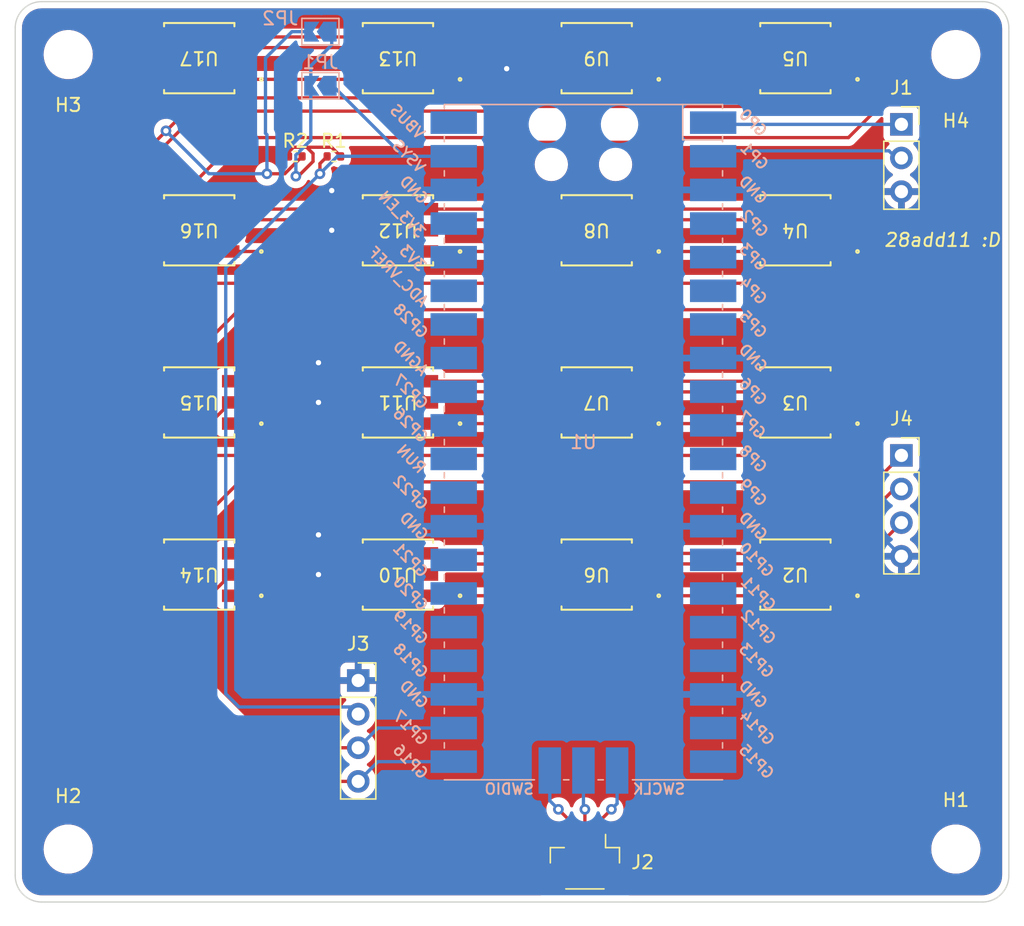
<source format=kicad_pcb>
(kicad_pcb (version 20211014) (generator pcbnew)
  (title_block (title "LED board") (date "2023-12-02") (rev "0"))
  (layers (0 "F.Cu" signal) (31 "B.Cu" signal) (34 "B.Paste" user) (35 "F.Paste" user) (36 "B.SilkS" user "B.Silkscreen") (37 "F.SilkS" user "F.Silkscreen") (38 "B.Mask" user) (39 "F.Mask" user) (44 "Edge.Cuts" user))
  (net 0 "")
  (net 1 "/UART RX")
  (net 2 "/UART TX")
  (net 3 "Net-(J2-Pad1)")
  (net 4 "Net-(J2-Pad2)")
  (net 5 "/SWD")
  (net 6 "GND")
  (net 7 "VCC")
  (net 8 "/Backup in")
  (net 9 "/Data in")
  (net 10 "Net-(J4-Pad1)")
  (net 11 "Net-(J4-Pad2)")
  (net 12 "/Brightness control")
  (net 13 "Net-(R1-Pad2)")
  (net 14 "Net-(U2-Pad4)")
  (net 15 "Net-(U2-Pad6)")
  (net 16 "Net-(U14-Pad6)")
  (net 17 "Net-(U14-Pad4)")
  (net 18 "Net-(U3-Pad4)")
  (net 19 "Net-(U3-Pad6)")
  (net 20 "Net-(U15-Pad6)")
  (net 21 "Net-(U15-Pad4)")
  (net 22 "Net-(U4-Pad4)")
  (net 23 "Net-(U4-Pad6)")
  (net 24 "Net-(U16-Pad6)")
  (net 25 "Net-(U16-Pad4)")
  (net 26 "Net-(U5-Pad4)")
  (net 27 "Net-(U5-Pad6)")
  (net 28 "Net-(U10-Pad3)")
  (net 29 "Net-(U10-Pad1)")
  (net 30 "Net-(U11-Pad3)")
  (net 31 "Net-(U11-Pad1)")
  (net 32 "Net-(U12-Pad3)")
  (net 33 "Net-(U12-Pad1)")
  (net 34 "Net-(U13-Pad3)")
  (net 35 "Net-(U13-Pad1)")
  (net 36 "Net-(U10-Pad4)")
  (net 37 "Net-(U10-Pad6)")
  (net 38 "Net-(U11-Pad4)")
  (net 39 "Net-(U11-Pad6)")
  (net 40 "Net-(U12-Pad4)")
  (net 41 "Net-(U12-Pad6)")
  (net 42 "Net-(U13-Pad4)")
  (net 43 "Net-(U13-Pad6)")
  (footprint "601000200:DFN6_601000_SEE" (layer "F.Cu") (at 148.89 70.27 180)
    (fp_text reference "U15")
    (fp_text value "601000200")
  )
  (footprint "MountingHole:MountingHole_2.7mm" (layer "F.Cu") (at 139 104)
    (fp_text reference "H2")
    (fp_text value "MountingHole")
  )
  (footprint "601000200:DFN6_601000_SEE" (layer "F.Cu") (at 148.89 57.27 180)
    (fp_text reference "U16")
    (fp_text value "601000200")
  )
  (footprint "601000200:DFN6_601000_SEE" (layer "F.Cu") (at 193.89 57.27 180)
    (fp_text reference "U4")
    (fp_text value "601000200")
  )
  (footprint "601000200:DFN6_601000_SEE" (layer "F.Cu") (at 148.89 44.27 180)
    (fp_text reference "U17")
    (fp_text value "601000200")
  )
  (footprint "MountingHole:MountingHole_2.7mm" (layer "F.Cu") (at 206 44)
    (fp_text reference "H4")
    (fp_text value "MountingHole")
  )
  (footprint "Connector_PinSocket_2.54mm:PinSocket_1x03_P2.54mm_Vertical" (layer "F.Cu") (at 201.89 49.27)
    (fp_text reference "J1")
    (fp_text value "Conn_01x03_Female")
  )
  (footprint "601000200:DFN6_601000_SEE" (layer "F.Cu") (at 193.89 44.27 180)
    (fp_text reference "U5")
    (fp_text value "601000200")
  )
  (footprint "MountingHole:MountingHole_2.7mm" (layer "F.Cu") (at 139 44)
    (fp_text reference "H3")
    (fp_text value "MountingHole")
  )
  (footprint "601000200:DFN6_601000_SEE" (layer "F.Cu") (at 163.89 83.27 180)
    (fp_text reference "U10")
    (fp_text value "601000200")
  )
  (footprint "601000200:DFN6_601000_SEE" (layer "F.Cu") (at 178.89 70.27 180)
    (fp_text reference "U7")
    (fp_text value "601000200")
  )
  (footprint "601000200:DFN6_601000_SEE" (layer "F.Cu") (at 163.89 70.27 180)
    (fp_text reference "U11")
    (fp_text value "601000200")
  )
  (footprint "601000200:DFN6_601000_SEE" (layer "F.Cu") (at 178.89 57.27 180)
    (fp_text reference "U8")
    (fp_text value "601000200")
  )
  (footprint "601000200:DFN6_601000_SEE" (layer "F.Cu") (at 193.89 70.27 180)
    (fp_text reference "U3")
    (fp_text value "601000200")
  )
  (footprint "601000200:DFN6_601000_SEE" (layer "F.Cu") (at 178.89 44.27 180)
    (fp_text reference "U9")
    (fp_text value "601000200")
  )
  (footprint "Resistor_SMD:R_0402_1005Metric" (layer "F.Cu") (at 159.054 51.69)
    (fp_text reference "R1")
    (fp_text value "220ohm")
  )
  (footprint "MountingHole:MountingHole_2.7mm" (layer "F.Cu") (at 206 104)
    (fp_text reference "H1")
    (fp_text value "MountingHole")
  )
  (footprint "601000200:DFN6_601000_SEE" (layer "F.Cu") (at 163.89 57.27 180)
    (fp_text reference "U12")
    (fp_text value "601000200")
  )
  (footprint "601000200:DFN6_601000_SEE" (layer "F.Cu") (at 163.89 44.27 180)
    (fp_text reference "U13")
    (fp_text value "601000200")
  )
  (footprint "Connector_PinSocket_2.54mm:PinSocket_1x04_P2.54mm_Vertical" (layer "F.Cu") (at 201.89 74.27)
    (fp_text reference "J4")
    (fp_text value "Conn_01x04_Female")
  )
  (footprint "601000200:DFN6_601000_SEE" (layer "F.Cu") (at 178.89 83.27 180)
    (fp_text reference "U6")
    (fp_text value "601000200")
  )
  (footprint "601000200:DFN6_601000_SEE" (layer "F.Cu") (at 148.89 83.27 180)
    (fp_text reference "U14")
    (fp_text value "601000200")
  )
  (footprint "Connector_JST:JST_SH_BM03B-SRSS-TB_1x03-1MP_P1.00mm_Vertical" (layer "F.Cu") (at 178 105 180)
    (fp_text reference "J2")
    (fp_text value "Conn_01x03_Female")
  )
  (footprint "Resistor_SMD:R_0402_1005Metric" (layer "F.Cu") (at 156.144 51.69)
    (fp_text reference "R2")
    (fp_text value "220ohm")
  )
  (footprint "601000200:DFN6_601000_SEE" (layer "F.Cu") (at 193.89 83.27 180)
    (fp_text reference "U2")
    (fp_text value "601000200")
  )
  (footprint "Connector_PinSocket_2.54mm:PinSocket_1x04_P2.54mm_Vertical" (layer "F.Cu") (at 160.89 91.27)
    (fp_text reference "J3")
    (fp_text value "Conn_01x04_Female")
  )
  (footprint "Jumper:SolderJumper-2_P1.3mm_Open_TrianglePad1.0x1.5mm" (layer "B.Cu") (at 158.036 46.356 180)
    (fp_text reference "JP1")
    (fp_text value "SolderJumper_2_Open")
  )
  (footprint "MCU_RaspberryPi_and_Boards:RPi_Pico_SMD" (layer "B.Cu") (at 177.89 73.27 180)
    (fp_text reference "U1")
    (fp_text value "RPI-Pico")
  )
  (footprint "Jumper:SolderJumper-2_P1.3mm_Open_TrianglePad1.0x1.5mm" (layer "B.Cu") (at 158.036 42.27 180)
    (fp_text reference "JP2")
    (fp_text value "SolderJumper_2_Open")
  )
  (gr_line (start 208 108) (end 137 108) (layer "Edge.Cuts") (width 0.1))
  (gr_line (start 210 106) (end 210 42) (layer "Edge.Cuts") (width 0.1))
  (gr_arc (start 210 106) (mid 209.414214 107.414214) (end 208 108) (layer "Edge.Cuts") (width 0.1))
  (gr_arc (start 208 40) (mid 209.414214 40.585786) (end 210 42) (layer "Edge.Cuts") (width 0.1))
  (gr_arc (start 137 108) (mid 135.585786 107.414214) (end 135 106) (layer "Edge.Cuts") (width 0.1))
  (gr_line (start 135 42) (end 135 106) (layer "Edge.Cuts") (width 0.1))
  (gr_arc (start 135 42) (mid 135.585786 40.585786) (end 137 40) (layer "Edge.Cuts") (width 0.1))
  (gr_line (start 208 40) (end 137 40) (layer "Edge.Cuts") (width 0.1))
  (gr_text "28add11 :D" (at 205 58) (layer "F.SilkS") (effects (font (size 1 1) (thickness 0.15) italic)))
  (segment (start 201.89 51.81) (end 201.492 51.81) (width 0.25) (layer "B.Cu") (net 1))
  (segment (start 200.952 51.27) (end 187.19 51.27) (width 0.25) (layer "B.Cu") (net 1))
  (segment (start 187.19 51.27) (end 186.78 51.68) (width 0.25) (layer "B.Cu") (net 1))
  (segment (start 201.492 51.81) (end 200.952 51.27) (width 0.25) (layer "B.Cu") (net 1))
  (segment (start 201.89 49.27) (end 186.91 49.27) (width 0.25) (layer "B.Cu") (net 2))
  (segment (start 186.91 49.27) (end 186.78 49.14) (width 0.25) (layer "B.Cu") (net 2))
  (segment (start 180 101) (end 179 102) (width 0.25) (layer "F.Cu") (net 3))
  (segment (start 179 102) (end 179 103.675) (width 0.25) (layer "F.Cu") (net 3))
  (via (at 180 101) (size 0.8) (drill 0.4) (layers "F.Cu" "B.Cu") (net 3))
  (segment (start 180.43 100.57) (end 180 101) (width 0.25) (layer "B.Cu") (net 3))
  (segment (start 180.43 97.17) (end 180.43 100.57) (width 0.25) (layer "B.Cu") (net 3))
  (segment (start 178 101) (end 178 103.675) (width 0.25) (layer "F.Cu") (net 4))
  (via (at 178 101) (size 0.8) (drill 0.4) (layers "F.Cu" "B.Cu") (net 4))
  (segment (start 177.89 100.89) (end 178 101) (width 0.25) (layer "B.Cu") (net 4))
  (segment (start 177.89 97.17) (end 177.89 100.89) (width 0.25) (layer "B.Cu") (net 4))
  (segment (start 177 102) (end 177 103.675) (width 0.25) (layer "F.Cu") (net 5))
  (segment (start 176 101) (end 177 102) (width 0.25) (layer "F.Cu") (net 5))
  (via (at 176 101) (size 0.8) (drill 0.4) (layers "F.Cu" "B.Cu") (net 5))
  (segment (start 175.35 97.17) (end 175.35 100.35) (width 0.25) (layer "B.Cu") (net 5))
  (segment (start 175.35 100.35) (end 176 101) (width 0.25) (layer "B.Cu") (net 5))
  (segment (start 161.89 70.27) (end 164.89 73.27) (width 0.25) (layer "F.Cu") (net 6))
  (segment (start 146.5151 57.27) (end 146.89 57.27) (width 0.25) (layer "F.Cu") (net 6))
  (segment (start 191.89 83.27) (end 191.5151 83.27) (width 0.25) (layer "F.Cu") (net 6))
  (segment (start 177.89 71.27) (end 176.89 70.27) (width 0.25) (layer "F.Cu") (net 6))
  (segment (start 161.89 83.27) (end 164.89 86.27) (width 0.25) (layer "F.Cu") (net 6))
  (segment (start 177.89 85.27) (end 177.89 84.27) (width 0.25) (layer "F.Cu") (net 6))
  (segment (start 197.89 88.27) (end 201.89 84.27) (width 0.25) (layer "F.Cu") (net 6))
  (segment (start 146.89 57.27) (end 149.89 54.27) (width 0.25) (layer "F.Cu") (net 6))
  (segment (start 176.89 86.27) (end 191.89 86.27) (width 0.25) (layer "F.Cu") (net 6))
  (segment (start 149.89 54.27) (end 158.89 54.27) (width 0.25) (layer "F.Cu") (net 6))
  (segment (start 161.89 57.27) (end 164.89 60.27) (width 0.25) (layer "F.Cu") (net 6))
  (segment (start 161.5151 70.27) (end 157.89 70.27) (width 0.25) (layer "F.Cu") (net 6))
  (segment (start 172.0951 45.0649) (end 162.31 45.0649) (width 0.25) (layer "F.Cu") (net 6))
  (segment (start 160.710001 45.075099) (end 147.320199 45.075099) (width 0.25) (layer "F.Cu") (net 6))
  (segment (start 176.89 73.27) (end 177.89 72.27) (width 0.25) (layer "F.Cu") (net 6))
  (segment (start 191.89 60.27) (end 192.89 59.27) (width 0.25) (layer "F.Cu") (net 6))
  (segment (start 177.89 84.27) (end 176.89 83.27) (width 0.25) (layer "F.Cu") (net 6))
  (segment (start 177.89 59.27) (end 177.89 58.27) (width 0.25) (layer "F.Cu") (net 6))
  (segment (start 175.7202 45.0649) (end 172.0951 45.0649) (width 0.25) (layer "F.Cu") (net 6))
  (segment (start 176.89 60.27) (end 191.89 60.27) (width 0.25) (layer "F.Cu") (net 6))
  (segment (start 164.89 60.27) (end 176.89 60.27) (width 0.25) (layer "F.Cu") (net 6))
  (segment (start 192.89 58.27) (end 191.89 57.27) (width 0.25) (layer "F.Cu") (net 6))
  (segment (start 191.89 86.27) (end 193.89 88.27) (width 0.25) (layer "F.Cu") (net 6))
  (segment (start 149.89 67.27) (end 157.89 67.27) (width 0.25) (layer "F.Cu") (net 6))
  (segment (start 191.89 57.27) (end 191.5151 57.27) (width 0.25) (layer "F.Cu") (net 6))
  (segment (start 201.89 84.27) (end 201.89 81.89) (width 0.25) (layer "F.Cu") (net 6))
  (segment (start 146.89 70.27) (end 149.89 67.27) (width 0.25) (layer "F.Cu") (net 6))
  (segment (start 177.320199 45.075099) (end 176.5151 44.27) (width 0.25) (layer "F.Cu") (net 6))
  (segment (start 146.5151 70.27) (end 146.89 70.27) (width 0.25) (layer "F.Cu") (net 6))
  (segment (start 162.31 45.0649) (end 161.5151 44.27) (width 0.25) (layer "F.Cu") (net 6))
  (segment (start 161.5151 70.27) (end 161.89 70.27) (width 0.25) (layer "F.Cu") (net 6))
  (segment (start 176.5151 44.27) (end 175.7202 45.0649) (width 0.25) (layer "F.Cu") (net 6))
  (segment (start 192.89 84.27) (end 191.89 83.27) (width 0.25) (layer "F.Cu") (net 6))
  (segment (start 192.89 71.27) (end 191.89 70.27) (width 0.25) (layer "F.Cu") (net 6))
  (segment (start 161.5151 83.27) (end 157.89 83.27) (width 0.25) (layer "F.Cu") (net 6))
  (segment (start 161.5151 57.27) (end 158.89 57.27) (width 0.25) (layer "F.Cu") (net 6))
  (segment (start 161.5151 57.27) (end 161.89 57.27) (width 0.25) (layer "F.Cu") (net 6))
  (segment (start 191.89 86.27) (end 192.89 85.27) (width 0.25) (layer "F.Cu") (net 6))
  (segment (start 176.89 86.27) (end 177.89 85.27) (width 0.25) (layer "F.Cu") (net 6))
  (segment (start 146.5151 83.27) (end 146.89 83.27) (width 0.25) (layer "F.Cu") (net 6))
  (segment (start 192.89 72.27) (end 192.89 71.27) (width 0.25) (layer "F.Cu") (net 6))
  (segment (start 190.710001 45.075099) (end 177.320199 45.075099) (width 0.25) (layer "F.Cu") (net 6))
  (segment (start 192.89 85.27) (end 192.89 84.27) (width 0.25) (layer "F.Cu") (net 6))
  (segment (start 177.89 58.27) (end 176.89 57.27) (width 0.25) (layer "F.Cu") (net 6))
  (segment (start 161.5151 44.27) (end 160.710001 45.075099) (width 0.25) (layer "F.Cu") (net 6))
  (segment (start 177.89 72.27) (end 177.89 71.27) (width 0.25) (layer "F.Cu") (net 6))
  (segment (start 176.89 73.27) (end 191.89 73.27) (width 0.25) (layer "F.Cu") (net 6))
  (segment (start 176.89 57.27) (end 176.5151 57.27) (width 0.25) (layer "F.Cu") (net 6))
  (segment (start 161.5151 83.27) (end 161.89 83.27) (width 0.25) (layer "F.Cu") (net 6))
  (segment (start 164.89 73.27) (end 176.89 73.27) (width 0.25) (layer "F.Cu") (net 6))
  (segment (start 176.89 83.27) (end 176.5151 83.27) (width 0.25) (layer "F.Cu") (net 6))
  (segment (start 191.89 73.27) (end 192.89 72.27) (width 0.25) (layer "F.Cu") (net 6))
  (segment (start 191.89 70.27) (end 191.5151 70.27) (width 0.25) (layer "F.Cu") (net 6))
  (segment (start 191.5151 44.27) (end 190.710001 45.075099) (width 0.25) (layer "F.Cu") (net 6))
  (segment (start 164.89 86.27) (end 176.89 86.27) (width 0.25) (layer "F.Cu") (net 6))
  (segment (start 193.89 88.27) (end 197.89 88.27) (width 0.25) (layer "F.Cu") (net 6))
  (segment (start 146.89 83.27) (end 149.89 80.27) (width 0.25) (layer "F.Cu") (net 6))
  (segment (start 146.5151 44.27) (end 147.320199 45.075099) (width 0.25) (layer "F.Cu") (net 6))
  (segment (start 176.89 70.27) (end 176.5151 70.27) (width 0.25) (layer "F.Cu") (net 6))
  (segment (start 192.89 59.27) (end 192.89 58.27) (width 0.25) (layer "F.Cu") (net 6))
  (segment (start 176.89 60.27) (end 177.89 59.27) (width 0.25) (layer "F.Cu") (net 6))
  (segment (start 149.89 80.27) (end 157.89 80.27) (width 0.25) (layer "F.Cu") (net 6))
  (via (at 157.89 70.27) (size 0.8) (drill 0.4) (layers "F.Cu" "B.Cu") (net 6))
  (via (at 172.0951 45.0649) (size 0.8) (drill 0.4) (layers "F.Cu" "B.Cu") (net 6))
  (via (at 157.89 83.27) (size 0.8) (drill 0.4) (layers "F.Cu" "B.Cu") (net 6))
  (via (at 158.89 54.27) (size 0.8) (drill 0.4) (layers "F.Cu" "B.Cu") (net 6))
  (via (at 157.89 80.27) (size 0.8) (drill 0.4) (layers "F.Cu" "B.Cu") (net 6))
  (via (at 158.89 57.27) (size 0.8) (drill 0.4) (layers "F.Cu" "B.Cu") (net 6))
  (via (at 157.89 67.27) (size 0.8) (drill 0.4) (layers "F.Cu" "B.Cu") (net 6))
  (segment (start 186.78 66.92) (end 185.24 66.92) (width 0.25) (layer "B.Cu") (net 6))
  (segment (start 183.89 91.27) (end 183.89 80.97) (width 0.25) (layer "B.Cu") (net 6))
  (segment (start 185.24 79.62) (end 186.78 79.62) (width 0.25) (layer "B.Cu") (net 6))
  (segment (start 168.35 80.27) (end 169 79.62) (width 0.25) (layer "B.Cu") (net 6))
  (segment (start 157.89 67.27) (end 157.89 63.72) (width 0.25) (layer "B.Cu") (net 6))
  (segment (start 169 79.62) (end 171.24 79.62) (width 0.25) (layer "B.Cu") (net 6))
  (segment (start 167.39 54.22) (end 158.115 63.495) (width 0.25) (layer "B.Cu") (net 6))
  (segment (start 186.78 54.22) (end 200.94 54.22) (width 0.25) (layer "B.Cu") (net 6))
  (segment (start 157.89 91.27) (end 153.718 87.098) (width 0.25) (layer "B.Cu") (net 6))
  (segment (start 183.89 56.27) (end 183.89 68.27) (width 0.25) (layer "B.Cu") (net 6))
  (segment (start 183.89 56.27) (end 183.89 55.27) (width 0.25) (layer "B.Cu") (net 6))
  (segment (start 201.89 54.35) (end 201.07 54.35) (width 0.25) (layer "B.Cu") (net 6))
  (segment (start 157.89 63.72) (end 158.115 63.495) (width 0.25) (layer "B.Cu") (net 6))
  (segment (start 169 92.32) (end 170.84 92.32) (width 0.25) (layer "B.Cu") (net 6))
  (segment (start 170.84 92.32) (end 171.89 91.27) (width 0.25) (layer "B.Cu") (net 6))
  (segment (start 171.89 80.27) (end 171.24 79.62) (width 0.25) (layer "B.Cu") (net 6))
  (segment (start 153.718 87.098) (end 153.718 86.442) (width 0.25) (layer "B.Cu") (net 6))
  (segment (start 184.94 92.32) (end 183.89 91.27) (width 0.25) (layer "B.Cu") (net 6))
  (segment (start 171.89 52.27) (end 171.89 45.27) (width 0.25) (layer "B.Cu") (net 6))
  (segment (start 171.89 45.27) (end 172.0951 45.0649) (width 0.25) (layer "B.Cu") (net 6))
  (segment (start 183.89 68.27) (end 183.89 78.27) (width 0.25) (layer "B.Cu") (net 6))
  (segment (start 153.718 67.892) (end 153.718 86.442) (width 0.25) (layer "B.Cu") (net 6))
  (segment (start 158.89 57.27) (end 158.89 54.27) (width 0.25) (layer "B.Cu") (net 6))
  (segment (start 185.24 66.92) (end 183.89 68.27) (width 0.25) (layer "B.Cu") (net 6))
  (segment (start 186.78 54.22) (end 169 54.22) (width 0.25) (layer "B.Cu") (net 6))
  (segment (start 183.89 78.27) (end 185.24 79.62) (width 0.25) (layer "B.Cu") (net 6))
  (segment (start 157.89 83.27) (end 157.89 80.27) (width 0.25) (layer "B.Cu") (net 6))
  (segment (start 183.89 80.97) (end 185.24 79.62) (width 0.25) (layer "B.Cu") (net 6))
  (segment (start 158.115 63.495) (end 153.718 67.892) (width 0.25) (layer "B.Cu") (net 6))
  (segment (start 171.89 91.27) (end 171.89 80.27) (width 0.25) (layer "B.Cu") (net 6))
  (segment (start 183.89 55.27) (end 184.89 54.27) (width 0.25) (layer "B.Cu") (net 6))
  (segment (start 199.62 79.62) (end 201.89 81.89) (width 0.25) (layer "B.Cu") (net 6))
  (segment (start 157.89 70.27) (end 157.89 67.27) (width 0.25) (layer "B.Cu") (net 6))
  (segment (start 201.07 54.35) (end 200.94 54.22) (width 0.25) (layer "B.Cu") (net 6))
  (segment (start 186.78 79.62) (end 199.62 79.62) (width 0.25) (layer "B.Cu") (net 6))
  (segment (start 169.94 54.22) (end 171.89 52.27) (width 0.25) (layer "B.Cu") (net 6))
  (segment (start 158.89 54.27) (end 168.95 54.27) (width 0.25) (layer "B.Cu") (net 6))
  (segment (start 171.24 79.62) (end 186.78 79.62) (width 0.25) (layer "B.Cu") (net 6))
  (segment (start 157.89 80.27) (end 168.35 80.27) (width 0.25) (layer "B.Cu") (net 6))
  (segment (start 186.78 92.32) (end 184.94 92.32) (width 0.25) (layer "B.Cu") (net 6))
  (segment (start 160.89 91.27) (end 157.89 91.27) (width 0.25) (layer "B.Cu") (net 6))
  (segment (start 158 53) (end 158 52.234) (width 0.25) (layer "F.Cu") (net 7))
  (segment (start 158 52.234) (end 158.544 51.69) (width 0.25) (layer "F.Cu") (net 7))
  (via (at 158 53) (size 0.8) (drill 0.4) (layers "F.Cu" "B.Cu") (net 7))
  (segment (start 158 53) (end 150.89 60.11) (width 0.25) (layer "B.Cu") (net 7))
  (segment (start 164.3 51.68) (end 159.32 51.68) (width 0.25) (layer "B.Cu") (net 7))
  (segment (start 151.89 93.27) (end 160.89 93.27) (width 0.25) (layer "B.Cu") (net 7))
  (segment (start 169 51.68) (end 164.3 51.68) (width 0.25) (layer "B.Cu") (net 7))
  (segment (start 150.89 92.27) (end 151.89 93.27) (width 0.25) (layer "B.Cu") (net 7))
  (segment (start 158.761 46.356) (end 158.976 46.356) (width 0.25) (layer "B.Cu") (net 7))
  (segment (start 150.89 60.11) (end 150.89 92.27) (width 0.25) (layer "B.Cu") (net 7))
  (segment (start 158.976 46.356) (end 164.3 51.68) (width 0.25) (layer "B.Cu") (net 7))
  (segment (start 159.32 51.68) (end 158 53) (width 0.25) (layer "B.Cu") (net 7))
  (segment (start 153.843406 96.35) (end 160.89 96.35) (width 0.25) (layer "F.Cu") (net 8))
  (segment (start 142.89 49.27) (end 142.89 85.396594) (width 0.25) (layer "F.Cu") (net 8))
  (segment (start 146.5151 45.869999) (end 146.290001 45.869999) (width 0.25) (layer "F.Cu") (net 8))
  (segment (start 142.89 85.396594) (end 152.763406 95.27) (width 0.25) (layer "F.Cu") (net 8))
  (segment (start 152.763406 95.27) (end 153.843406 96.35) (width 0.25) (layer "F.Cu") (net 8))
  (segment (start 146.290001 45.869999) (end 142.89 49.27) (width 0.25) (layer "F.Cu") (net 8))
  (segment (start 162.38 94.86) (end 160.89 96.35) (width 0.25) (layer "B.Cu") (net 8))
  (segment (start 169 94.86) (end 162.38 94.86) (width 0.25) (layer "B.Cu") (net 8))
  (segment (start 141.89 87.27) (end 151.89 97.27) (width 0.25) (layer "F.Cu") (net 9))
  (segment (start 141.89 47.295101) (end 141.89 87.27) (width 0.25) (layer "F.Cu") (net 9))
  (segment (start 151.89 97.27) (end 153.51 98.89) (width 0.25) (layer "F.Cu") (net 9))
  (segment (start 153.51 98.89) (end 160.89 98.89) (width 0.25) (layer "F.Cu") (net 9))
  (segment (start 146.5151 42.670001) (end 141.89 47.295101) (width 0.25) (layer "F.Cu") (net 9))
  (segment (start 169 97.4) (end 162.38 97.4) (width 0.25) (layer "B.Cu") (net 9))
  (segment (start 162.38 97.4) (end 160.89 98.89) (width 0.25) (layer "B.Cu") (net 9))
  (segment (start 196.2649 79.8951) (end 196.2649 81.670001) (width 0.25) (layer "F.Cu") (net 10))
  (segment (start 201.89 74.27) (end 196.2649 79.8951) (width 0.25) (layer "F.Cu") (net 10))
  (segment (start 198.89 83.27) (end 198.89 79.27) (width 0.25) (layer "F.Cu") (net 11))
  (segment (start 197.290001 84.869999) (end 198.89 83.27) (width 0.25) (layer "F.Cu") (net 11))
  (segment (start 196.2649 84.869999) (end 197.290001 84.869999) (width 0.25) (layer "F.Cu") (net 11))
  (segment (start 198.89 79.27) (end 201.89 76.27) (width 0.25) (layer "F.Cu") (net 11))
  (segment (start 195.47 56.4751) (end 196.2649 57.27) (width 0.25) (layer "F.Cu") (net 12))
  (segment (start 199.89 84.27) (end 199.89 81.35) (width 0.25) (layer "F.Cu") (net 12))
  (segment (start 181.2649 83.27) (end 182.069999 82.464901) (width 0.25) (layer "F.Cu") (net 12))
  (segment (start 181.2649 44.27) (end 182.0598 43.4751) (width 0.25) (layer "F.Cu") (net 12))
  (segment (start 199.89 81.35) (end 201.89 79.35) (width 0.25) (layer "F.Cu") (net 12))
  (segment (start 167.0598 82.4751) (end 180.47 82.4751) (width 0.25) (layer "F.Cu") (net 12))
  (segment (start 144.89 86.27) (end 148.2649 86.27) (width 0.25) (layer "F.Cu") (net 12))
  (segment (start 193.89 85.27) (end 193.89 86.27) (width 0.25) (layer "F.Cu") (net 12))
  (segment (start 181.2649 57.27) (end 182.0598 56.4751) (width 0.25) (layer "F.Cu") (net 12))
  (segment (start 180.47 43.4751) (end 181.2649 44.27) (width 0.25) (layer "F.Cu") (net 12))
  (segment (start 144.89 73.27) (end 148.2649 73.27) (width 0.25) (layer "F.Cu") (net 12))
  (segment (start 152.0598 56.4751) (end 165.47 56.4751) (width 0.25) (layer "F.Cu") (net 12))
  (segment (start 148.89 47.27) (end 143.89 52.27) (width 0.25) (layer "F.Cu") (net 12))
  (segment (start 181.2649 70.27) (end 182.0598 69.4751) (width 0.25) (layer "F.Cu") (net 12))
  (segment (start 143.89 85.27) (end 144.89 86.27) (width 0.25) (layer "F.Cu") (net 12))
  (segment (start 195.47 69.4751) (end 196.2649 70.27) (width 0.25) (layer "F.Cu") (net 12))
  (segment (start 151.2649 44.27) (end 152.0598 43.4751) (width 0.25) (layer "F.Cu") (net 12))
  (segment (start 195.47 43.4751) (end 196.2649 44.27) (width 0.25) (layer "F.Cu") (net 12))
  (segment (start 152.0598 69.4751) (end 165.47 69.4751) (width 0.25) (layer "F.Cu") (net 12))
  (segment (start 167.069999 69.464901) (end 180.459801 69.464901) (width 0.25) (layer "F.Cu") (net 12))
  (segment (start 143.89 72.27) (end 144.89 73.27) (width 0.25) (layer "F.Cu") (net 12))
  (segment (start 165.47 82.4751) (end 166.2649 83.27) (width 0.25) (layer "F.Cu") (net 12))
  (segment (start 143.89 52.27) (end 143.89 59.27) (width 0.25) (layer "F.Cu") (net 12))
  (segment (start 195.459801 82.464901) (end 196.2649 83.27) (width 0.25) (layer "F.Cu") (net 12))
  (segment (start 143.89 59.27) (end 143.89 72.27) (width 0.25) (layer "F.Cu") (net 12))
  (segment (start 165.47 69.4751) (end 166.2649 70.27) (width 0.25) (layer "F.Cu") (net 12))
  (segment (start 182.0598 69.4751) (end 195.47 69.4751) (width 0.25) (layer "F.Cu") (net 12))
  (segment (start 193.89 86.27) (end 194.89 87.27) (width 0.25) (layer "F.Cu") (net 12))
  (segment (start 166.2649 44.27) (end 167.0598 43.4751) (width 0.25) (layer "F.Cu") (net 12))
  (segment (start 180.47 56.4751) (end 181.2649 57.27) (width 0.25) (layer "F.Cu") (net 12))
  (segment (start 166.2649 83.27) (end 167.0598 82.4751) (width 0.25) (layer "F.Cu") (net 12))
  (segment (start 148.2649 86.27) (end 151.2649 83.27) (width 0.25) (layer "F.Cu") (net 12))
  (segment (start 152.0598 82.4751) (end 165.47 82.4751) (width 0.25) (layer "F.Cu") (net 12))
  (segment (start 166.2649 57.27) (end 167.0598 56.4751) (width 0.25) (layer "F.Cu") (net 12))
  (segment (start 192.89 47.27) (end 148.89 47.27) (width 0.25) (layer "F.Cu") (net 12))
  (segment (start 143.89 72.27) (end 143.89 85.27) (width 0.25) (layer "F.Cu") (net 12))
  (segment (start 180.47 82.4751) (end 181.2649 83.27) (width 0.25) (layer "F.Cu") (net 12))
  (segment (start 148.2649 73.27) (end 151.2649 70.27) (width 0.25) (layer "F.Cu") (net 12))
  (segment (start 167.0598 56.4751) (end 180.47 56.4751) (width 0.25) (layer "F.Cu") (net 12))
  (segment (start 166.2649 70.27) (end 167.069999 69.464901) (width 0.25) (layer "F.Cu") (net 12))
  (segment (start 196.89 87.27) (end 199.89 84.27) (width 0.25) (layer "F.Cu") (net 12))
  (segment (start 144.89 60.27) (end 148.2649 60.27) (width 0.25) (layer "F.Cu") (net 12))
  (segment (start 196.2649 83.27) (end 195.89 83.27) (width 0.25) (layer "F.Cu") (net 12))
  (segment (start 143.89 59.27) (end 144.89 60.27) (width 0.25) (layer "F.Cu") (net 12))
  (segment (start 151.2649 57.27) (end 152.0598 56.4751) (width 0.25) (layer "F.Cu") (net 12))
  (segment (start 180.459801 69.464901) (end 181.2649 70.27) (width 0.25) (layer "F.Cu") (net 12))
  (segment (start 195.89 44.27) (end 192.89 47.27) (width 0.25) (layer "F.Cu") (net 12))
  (segment (start 156.654 51.69) (end 155.344 53) (width 0.25) (layer "F.Cu") (net 12))
  (segment (start 182.069999 82.464901) (end 195.459801 82.464901) (width 0.25) (layer "F.Cu") (net 12))
  (segment (start 152.0598 43.4751) (end 165.47 43.4751) (width 0.25) (layer "F.Cu") (net 12))
  (segment (start 155.344 53) (end 154 53) (width 0.25) (layer "F.Cu") (net 12))
  (segment (start 194.89 87.27) (end 196.89 87.27) (width 0.25) (layer "F.Cu") (net 12))
  (segment (start 182.0598 43.4751) (end 195.47 43.4751) (width 0.25) (layer "F.Cu") (net 12))
  (segment (start 151.2649 70.27) (end 152.0598 69.4751) (width 0.25) (layer "F.Cu") (net 12))
  (segment (start 196.2649 44.27) (end 195.89 44.27) (width 0.25) (layer "F.Cu") (net 12))
  (segment (start 182.0598 56.4751) (end 195.47 56.4751) (width 0.25) (layer "F.Cu") (net 12))
  (segment (start 165.47 43.4751) (end 166.2649 44.27) (width 0.25) (layer "F.Cu") (net 12))
  (segment (start 167.0598 43.4751) (end 180.47 43.4751) (width 0.25) (layer "F.Cu") (net 12))
  (segment (start 148.2649 60.27) (end 151.2649 57.27) (width 0.25) (layer "F.Cu") (net 12))
  (segment (start 195.89 83.27) (end 193.89 85.27) (width 0.25) (layer "F.Cu") (net 12))
  (segment (start 165.47 56.4751) (end 166.2649 57.27) (width 0.25) (layer "F.Cu") (net 12))
  (segment (start 151.2649 83.27) (end 152.0598 82.4751) (width 0.25) (layer "F.Cu") (net 12))
  (via (at 146.377701 49.757701) (size 0.8) (drill 0.4) (layers "F.Cu" "B.Cu") (net 12))
  (via (at 154 53) (size 0.8) (drill 0.4) (layers "F.Cu" "B.Cu") (net 12))
  (segment (start 149.62 53) (end 146.377701 49.757701) (width 0.25) (layer "B.Cu") (net 12))
  (segment (start 154 50.056) (end 153.89 49.946) (width 0.25) (layer "B.Cu") (net 12))
  (segment (start 154 53) (end 149.62 53) (width 0.25) (layer "B.Cu") (net 12))
  (segment (start 154 53) (end 154 50.056) (width 0.25) (layer "B.Cu") (net 12))
  (segment (start 153.89 44.27) (end 153.89 49.946) (width 0.25) (layer "B.Cu") (net 12))
  (segment (start 155.89 42.27) (end 153.89 44.27) (width 0.25) (layer "B.Cu") (net 12))
  (segment (start 157.311 42.27) (end 155.89 42.27) (width 0.25) (layer "B.Cu") (net 12))
  (segment (start 158.874 51) (end 157 51) (width 0.25) (layer "F.Cu") (net 13))
  (segment (start 157.48 52.07) (end 157.48 51.48) (width 0.25) (layer "F.Cu") (net 13))
  (segment (start 156.184299 53.184299) (end 156.365701 53.184299) (width 0.25) (layer "F.Cu") (net 13))
  (segment (start 155.634 51.366) (end 155.634 51.69) (width 0.25) (layer "F.Cu") (net 13))
  (segment (start 156 51) (end 155.634 51.366) (width 0.25) (layer "F.Cu") (net 13))
  (segment (start 159.564 51.69) (end 158.874 51) (width 0.25) (layer "F.Cu") (net 13))
  (segment (start 157.48 51.48) (end 157 51) (width 0.25) (layer "F.Cu") (net 13))
  (segment (start 156.365701 53.184299) (end 157.48 52.07) (width 0.25) (layer "F.Cu") (net 13))
  (segment (start 157 51) (end 156 51) (width 0.25) (layer "F.Cu") (net 13))
  (via (at 156.184299 53.184299) (size 0.8) (drill 0.4) (layers "F.Cu" "B.Cu") (net 13))
  (segment (start 157.311 46.356) (end 157.311 44.849) (width 0.25) (layer "B.Cu") (net 13))
  (segment (start 157.311 50.457) (end 156.184299 51.583701) (width 0.25) (layer "B.Cu") (net 13))
  (segment (start 156.184299 51.583701) (end 156.184299 53.184299) (width 0.25) (layer "B.Cu") (net 13))
  (segment (start 157.311 44.849) (end 158.89 43.27) (width 0.25) (layer "B.Cu") (net 13))
  (segment (start 157.311 50.457) (end 157.311 46.356) (width 0.25) (layer "B.Cu") (net 13))
  (segment (start 158.89 43.27) (end 158.89 42.399) (width 0.25) (layer "B.Cu") (net 13))
  (segment (start 158.89 42.399) (end 158.761 42.27) (width 0.25) (layer "B.Cu") (net 13))
  (segment (start 181.2649 81.670001) (end 191.5151 81.670001) (width 0.25) (layer "F.Cu") (net 14))
  (segment (start 181.2649 84.869999) (end 191.5151 84.869999) (width 0.25) (layer "F.Cu") (net 15))
  (segment (start 144.89 83.244899) (end 146.5151 84.869999) (width 0.25) (layer "F.Cu") (net 16))
  (segment (start 196.2649 71.869999) (end 193.89 74.244899) (width 0.25) (layer "F.Cu") (net 16))
  (segment (start 193.89 74.244899) (end 193.89 74.27) (width 0.25) (layer "F.Cu") (net 16))
  (segment (start 148.89 74.27) (end 144.89 78.27) (width 0.25) (layer "F.Cu") (net 16))
  (segment (start 193.89 74.27) (end 148.89 74.27) (width 0.25) (layer "F.Cu") (net 16))
  (segment (start 144.89 78.27) (end 144.89 83.244899) (width 0.25) (layer "F.Cu") (net 16))
  (segment (start 197.89 76.27) (end 151.915101 76.27) (width 0.25) (layer "F.Cu") (net 17))
  (segment (start 199.89 74.27) (end 197.89 76.27) (width 0.25) (layer "F.Cu") (net 17))
  (segment (start 151.915101 76.27) (end 146.5151 81.670001) (width 0.25) (layer "F.Cu") (net 17))
  (segment (start 197.290001 68.670001) (end 199.89 71.27) (width 0.25) (layer "F.Cu") (net 17))
  (segment (start 199.89 71.27) (end 199.89 74.27) (width 0.25) (layer "F.Cu") (net 17))
  (segment (start 196.2649 68.670001) (end 197.290001 68.670001) (width 0.25) (layer "F.Cu") (net 17))
  (segment (start 181.2649 68.670001) (end 191.5151 68.670001) (width 0.25) (layer "F.Cu") (net 18))
  (segment (start 181.2649 71.869999) (end 191.5151 71.869999) (width 0.25) (layer "F.Cu") (net 19))
  (segment (start 144.89 65.27) (end 144.89 70.27) (width 0.25) (layer "F.Cu") (net 20))
  (segment (start 196.2649 58.869999) (end 196.2649 58.8951) (width 0.25) (layer "F.Cu") (net 20))
  (segment (start 144.89 70.27) (end 146.489999 71.869999) (width 0.25) (layer "F.Cu") (net 20))
  (segment (start 196.2649 58.8951) (end 193.89 61.27) (width 0.25) (layer "F.Cu") (net 20))
  (segment (start 146.489999 71.869999) (end 146.5151 71.869999) (width 0.25) (layer "F.Cu") (net 20))
  (segment (start 148.89 61.27) (end 144.89 65.27) (width 0.25) (layer "F.Cu") (net 20))
  (segment (start 193.89 61.27) (end 148.89 61.27) (width 0.25) (layer "F.Cu") (net 20))
  (segment (start 199.89 61.27) (end 197.89 63.27) (width 0.25) (layer "F.Cu") (net 21))
  (segment (start 197.89 63.27) (end 151.89 63.27) (width 0.25) (layer "F.Cu") (net 21))
  (segment (start 146.5151 68.6449) (end 146.5151 68.670001) (width 0.25) (layer "F.Cu") (net 21))
  (segment (start 151.89 63.27) (end 146.5151 68.6449) (width 0.25) (layer "F.Cu") (net 21))
  (segment (start 197.290001 55.670001) (end 199.89 58.27) (width 0.25) (layer "F.Cu") (net 21))
  (segment (start 196.2649 55.670001) (end 197.290001 55.670001) (width 0.25) (layer "F.Cu") (net 21))
  (segment (start 199.89 58.27) (end 199.89 61.27) (width 0.25) (layer "F.Cu") (net 21))
  (segment (start 181.2649 55.670001) (end 191.5151 55.670001) (width 0.25) (layer "F.Cu") (net 22))
  (segment (start 181.2649 58.869999) (end 191.5151 58.869999) (width 0.25) (layer "F.Cu") (net 23))
  (segment (start 174.245001 47.914999) (end 173.89 48.27) (width 0.25) (layer "F.Cu") (net 24))
  (segment (start 148.89 48.27) (end 144.89 52.27) (width 0.25) (layer "F.Cu") (net 24))
  (segment (start 195.579999 45.869999) (end 193.534999 47.914999) (width 0.25) (layer "F.Cu") (net 24))
  (segment (start 144.89 52.27) (end 144.89 57.27) (width 0.25) (layer "F.Cu") (net 24))
  (segment (start 144.89 57.27) (end 146.489999 58.869999) (width 0.25) (layer "F.Cu") (net 24))
  (segment (start 146.489999 58.869999) (end 146.5151 58.869999) (width 0.25) (layer "F.Cu") (net 24))
  (segment (start 196.2649 45.869999) (end 195.579999 45.869999) (width 0.25) (layer "F.Cu") (net 24))
  (segment (start 173.89 48.27) (end 148.89 48.27) (width 0.25) (layer "F.Cu") (net 24))
  (segment (start 193.534999 47.914999) (end 174.245001 47.914999) (width 0.25) (layer "F.Cu") (net 24))
  (segment (start 199.89 45.27) (end 199.89 48.27) (width 0.25) (layer "F.Cu") (net 25))
  (segment (start 197.290001 42.670001) (end 199.89 45.27) (width 0.25) (layer "F.Cu") (net 25))
  (segment (start 196.2649 42.670001) (end 197.290001 42.670001) (width 0.25) (layer "F.Cu") (net 25))
  (segment (start 181.534999 50.625001) (end 174.245001 50.625001) (width 0.25) (layer "F.Cu") (net 25))
  (segment (start 199.89 48.27) (end 197.89 50.27) (width 0.25) (layer "F.Cu") (net 25))
  (segment (start 197.89 50.27) (end 181.89 50.27) (width 0.25) (layer "F.Cu") (net 25))
  (segment (start 173.89 50.27) (end 151.915101 50.27) (width 0.25) (layer "F.Cu") (net 25))
  (segment (start 181.89 50.27) (end 181.534999 50.625001) (width 0.25) (layer "F.Cu") (net 25))
  (segment (start 174.245001 50.625001) (end 173.89 50.27) (width 0.25) (layer "F.Cu") (net 25))
  (segment (start 151.915101 50.27) (end 146.5151 55.670001) (width 0.25) (layer "F.Cu") (net 25))
  (segment (start 181.2649 42.670001) (end 191.5151 42.670001) (width 0.25) (layer "F.Cu") (net 26))
  (segment (start 181.2649 45.869999) (end 191.5151 45.869999) (width 0.25) (layer "F.Cu") (net 27))
  (segment (start 166.2649 81.670001) (end 176.5151 81.670001) (width 0.25) (layer "F.Cu") (net 28))
  (segment (start 166.2649 84.869999) (end 176.5151 84.869999) (width 0.25) (layer "F.Cu") (net 29))
  (segment (start 166.2649 68.670001) (end 176.5151 68.670001) (width 0.25) (layer "F.Cu") (net 30))
  (segment (start 166.2649 71.869999) (end 176.5151 71.869999) (width 0.25) (layer "F.Cu") (net 31))
  (segment (start 166.2649 55.670001) (end 176.5151 55.670001) (width 0.25) (layer "F.Cu") (net 32))
  (segment (start 166.2649 58.869999) (end 176.5151 58.869999) (width 0.25) (layer "F.Cu") (net 33))
  (segment (start 166.2649 42.670001) (end 176.5151 42.670001) (width 0.25) (layer "F.Cu") (net 34))
  (segment (start 166.2649 45.869999) (end 176.5151 45.869999) (width 0.25) (layer "F.Cu") (net 35))
  (segment (start 151.2649 81.670001) (end 161.5151 81.670001) (width 0.25) (layer "F.Cu") (net 36))
  (segment (start 151.2649 84.869999) (end 161.5151 84.869999) (width 0.25) (layer "F.Cu") (net 37))
  (segment (start 151.2649 68.670001) (end 161.5151 68.670001) (width 0.25) (layer "F.Cu") (net 38))
  (segment (start 151.2649 71.869999) (end 161.5151 71.869999) (width 0.25) (layer "F.Cu") (net 39))
  (segment (start 151.2649 55.670001) (end 161.5151 55.670001) (width 0.25) (layer "F.Cu") (net 40))
  (segment (start 151.2649 58.869999) (end 161.5151 58.869999) (width 0.25) (layer "F.Cu") (net 41))
  (segment (start 151.2649 42.670001) (end 161.5151 42.670001) (width 0.25) (layer "F.Cu") (net 42))
  (segment (start 151.2649 45.869999) (end 161.5151 45.869999) (width 0.25) (layer "F.Cu") (net 43))
  (zone (net 6) (net_name "GND") (layers F&B.Cu) (connect_pads (clearance 0.508)) (min_thickness 0.254) (fill yes (thermal_gap 0.508) (thermal_bridge_width 0.508))
    (polygon (pts (xy 210.058 108.204) (xy 134.874 107.95) (xy 134.874 39.878) (xy 210.058 39.878)))
  )
)
</source>
